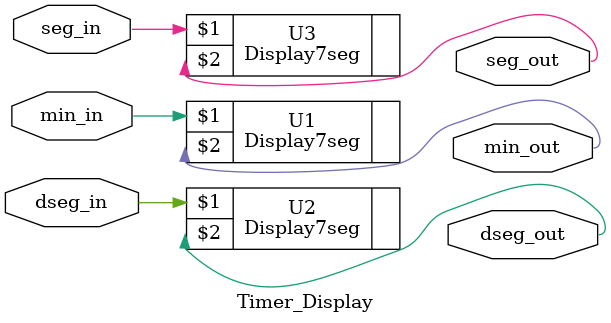
<source format=v>
module Timer_Display(min_in, dseg_in, seg_in, min_out, dseg_out, seg_out);
	input min_in, dseg_in, seg_in;
	output min_out, dseg_out, seg_out;
	
	Display7seg U1(min_in, min_out);
	Display7seg U2(dseg_in, dseg_out);
	Display7seg U3(seg_in, seg_out);
endmodule
</source>
